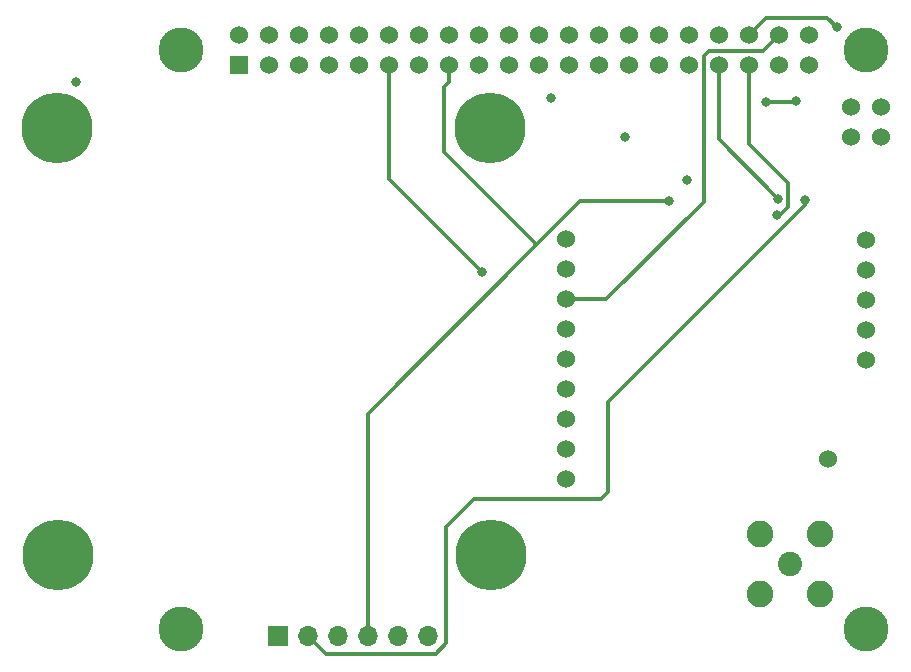
<source format=gbr>
%TF.GenerationSoftware,KiCad,Pcbnew,7.0.2-0*%
%TF.CreationDate,2024-03-08T21:59:11-08:00*%
%TF.ProjectId,New Groundstation,4e657720-4772-46f7-956e-647374617469,rev?*%
%TF.SameCoordinates,Original*%
%TF.FileFunction,Copper,L4,Bot*%
%TF.FilePolarity,Positive*%
%FSLAX46Y46*%
G04 Gerber Fmt 4.6, Leading zero omitted, Abs format (unit mm)*
G04 Created by KiCad (PCBNEW 7.0.2-0) date 2024-03-08 21:59:11*
%MOMM*%
%LPD*%
G01*
G04 APERTURE LIST*
%TA.AperFunction,ComponentPad*%
%ADD10C,3.812400*%
%TD*%
%TA.AperFunction,ComponentPad*%
%ADD11C,1.524000*%
%TD*%
%TA.AperFunction,ComponentPad*%
%ADD12R,1.524000X1.524000*%
%TD*%
%TA.AperFunction,ComponentPad*%
%ADD13C,6.000000*%
%TD*%
%TA.AperFunction,ComponentPad*%
%ADD14C,2.050000*%
%TD*%
%TA.AperFunction,ComponentPad*%
%ADD15C,2.250000*%
%TD*%
%TA.AperFunction,ComponentPad*%
%ADD16O,1.700000X1.700000*%
%TD*%
%TA.AperFunction,ComponentPad*%
%ADD17R,1.700000X1.700000*%
%TD*%
%TA.AperFunction,ViaPad*%
%ADD18C,0.800000*%
%TD*%
%TA.AperFunction,Conductor*%
%ADD19C,0.349250*%
%TD*%
G04 APERTURE END LIST*
D10*
X111353937Y-121199886D03*
X169353937Y-121199886D03*
X169353937Y-72199886D03*
X111353937Y-72199886D03*
D11*
X168043937Y-77052886D03*
X168043937Y-79592886D03*
X170583937Y-77052886D03*
X170583937Y-79592886D03*
X164483937Y-70929886D03*
X164483937Y-73469886D03*
X161943937Y-70929886D03*
X161943937Y-73469886D03*
X159403937Y-70929886D03*
X159403937Y-73469886D03*
X156863937Y-70929886D03*
X156863937Y-73469886D03*
X154323937Y-70929886D03*
X154323937Y-73469886D03*
X151783937Y-70929886D03*
X151783937Y-73469886D03*
X149243937Y-70929886D03*
X149243937Y-73469886D03*
X146703937Y-70929886D03*
X146703937Y-73469886D03*
X144163937Y-70929886D03*
X144163937Y-73469886D03*
X141623937Y-70929886D03*
X141623937Y-73469886D03*
X139083937Y-70929886D03*
X139083937Y-73469886D03*
X136543937Y-70929886D03*
X136543937Y-73469886D03*
X134003937Y-70929886D03*
X134003937Y-73469886D03*
X131463937Y-70929886D03*
X131463937Y-73469886D03*
X128923937Y-70929886D03*
X128923937Y-73469886D03*
X126383937Y-70929886D03*
X126383937Y-73469886D03*
X123843937Y-70929886D03*
X123843937Y-73469886D03*
X121303937Y-70929886D03*
X121303937Y-73469886D03*
X118763937Y-70929886D03*
X118763937Y-73469886D03*
X116223937Y-70929886D03*
D12*
X116223937Y-73469886D03*
D13*
X100853937Y-78835000D03*
X100953937Y-114935000D03*
X137503937Y-78835000D03*
X137603937Y-114935000D03*
D11*
X143974575Y-88237234D03*
X143974575Y-90777234D03*
X143974575Y-93317234D03*
X143974575Y-95857234D03*
X143974575Y-98397234D03*
X143974575Y-100937234D03*
X143974575Y-103477234D03*
X143974575Y-106017234D03*
X143974575Y-108557234D03*
X169361899Y-88289567D03*
X169361899Y-90829567D03*
X169361899Y-93369567D03*
X169361899Y-95909567D03*
X169361899Y-98449567D03*
X166085299Y-106780767D03*
D14*
X162876937Y-115697000D03*
D15*
X160336937Y-113157000D03*
X160336937Y-118237000D03*
X165416937Y-113157000D03*
X165416937Y-118237000D03*
D16*
X132269937Y-121793000D03*
X129729937Y-121793000D03*
X127189937Y-121793000D03*
X124649937Y-121793000D03*
X122109937Y-121793000D03*
D17*
X119569937Y-121793000D03*
D18*
X148932337Y-79552800D03*
X142658537Y-76250800D03*
X102450337Y-74879200D03*
X154158947Y-83190790D03*
X164146937Y-84886800D03*
X160861812Y-76581000D03*
X163410337Y-76504800D03*
X136816537Y-91008200D03*
X152666137Y-85013800D03*
X161911737Y-84810600D03*
X161767621Y-86196840D03*
X166864737Y-70281800D03*
D19*
X133802562Y-112604389D02*
X136170951Y-110236000D01*
X147509937Y-109651800D02*
X147509937Y-101984880D01*
X136170951Y-110236000D02*
X146925737Y-110236000D01*
X147509937Y-101984880D02*
X164146937Y-85347881D01*
X164146937Y-85347881D02*
X164146937Y-84886800D01*
X123642562Y-123325625D02*
X132904772Y-123325625D01*
X132904772Y-123325625D02*
X133802562Y-122427835D01*
X122109937Y-121793000D02*
X123642562Y-123325625D01*
X146925737Y-110236000D02*
X147509937Y-109651800D01*
X133802562Y-122427835D02*
X133802562Y-112604389D01*
X163334137Y-76581000D02*
X163410337Y-76504800D01*
X160861812Y-76581000D02*
X163334137Y-76581000D01*
X136816537Y-91008200D02*
X128923937Y-83115600D01*
X128923937Y-83115600D02*
X128923937Y-73469886D01*
X133590737Y-75336400D02*
X134003937Y-74923200D01*
X134003937Y-74923200D02*
X134003937Y-73469886D01*
X141354069Y-88814732D02*
X145155000Y-85013800D01*
X127189937Y-121793000D02*
X127189937Y-102978863D01*
X145155000Y-85013800D02*
X152666137Y-85013800D01*
X141354069Y-88814732D02*
X141354069Y-88567795D01*
X127189937Y-102978863D02*
X141354069Y-88814732D01*
X141354069Y-88567795D02*
X133590737Y-80804463D01*
X133590737Y-80804463D02*
X133590737Y-75336400D01*
X156863937Y-79762800D02*
X156863937Y-73469886D01*
X161911737Y-84810600D02*
X156863937Y-79762800D01*
X161767621Y-86196840D02*
X162056560Y-86196840D01*
X162775337Y-83489463D02*
X159403937Y-80118063D01*
X162775337Y-85478063D02*
X162775337Y-83489463D01*
X162056560Y-86196840D02*
X162775337Y-85478063D01*
X159403937Y-80118063D02*
X159403937Y-73469886D01*
X166864737Y-70281800D02*
X166068198Y-69485261D01*
X166068198Y-69485261D02*
X160848562Y-69485261D01*
X160848562Y-69485261D02*
X159403937Y-70929886D01*
X155587137Y-85090913D02*
X155587137Y-72694800D01*
X156095137Y-72263000D02*
X156018937Y-72263000D01*
X147360816Y-93317234D02*
X155587137Y-85090913D01*
X143974575Y-93317234D02*
X147360816Y-93317234D01*
X160610823Y-72263000D02*
X161943937Y-70929886D01*
X156095137Y-72263000D02*
X160610823Y-72263000D01*
X156018937Y-72263000D02*
X155587137Y-72694800D01*
M02*

</source>
